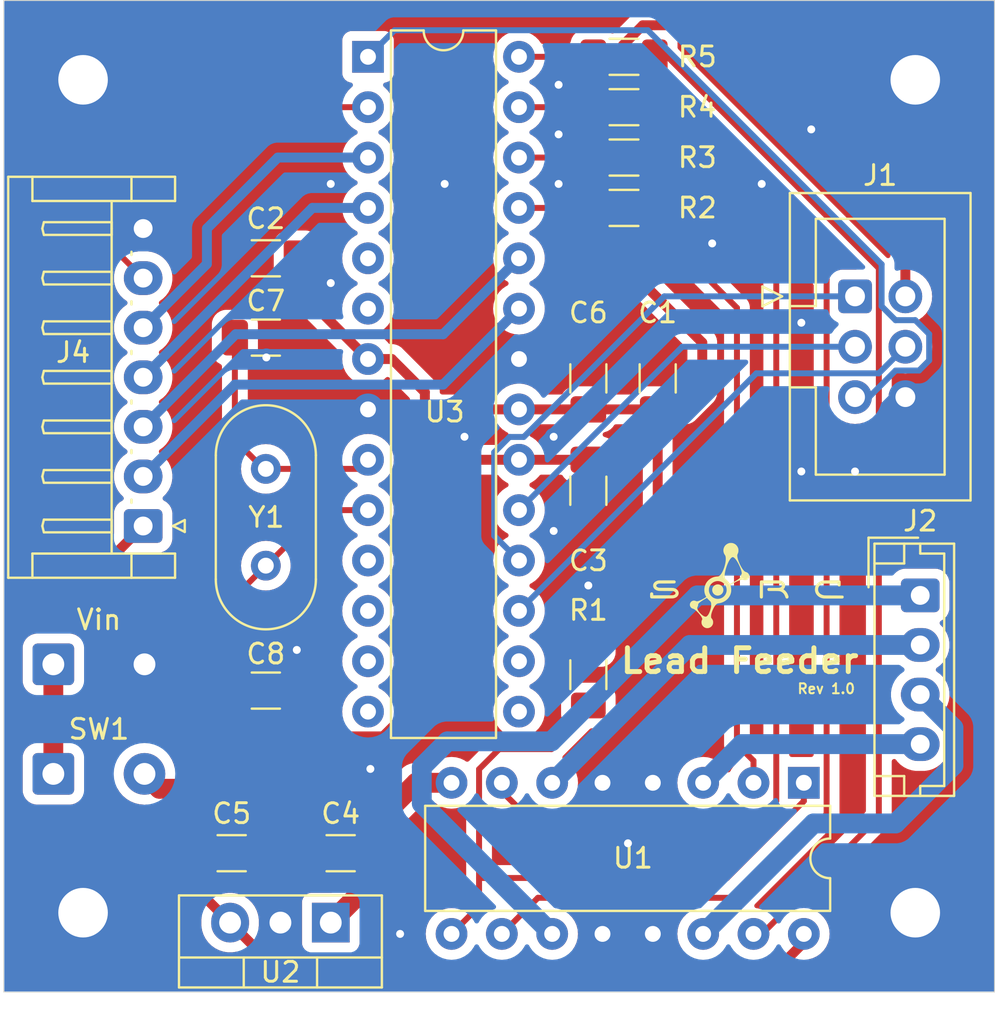
<source format=kicad_pcb>
(kicad_pcb (version 20240108) (generator "pcbnew") (generator_version "8.0")
  (title_block (title "Lead feeder - Main board") (date "2025-01-17") (rev "1") (company "Sorc LLC") (comment 2 "Божков Александр"))
  (layers (0 "F.Cu" signal) (31 "B.Cu" signal) (36 "B.SilkS" user "B.Silkscreen") (37 "F.SilkS" user "F.Silkscreen") (39 "F.Mask" user) (44 "Edge.Cuts" user))
  (net 0 "")
  (net 1 "+5V")
  (net 2 "GND")
  (net 3 "+12V")
  (net 4 "/XTAL1")
  (net 5 "/XTAL2")
  (net 6 "/RST")
  (net 7 "/MOSI")
  (net 8 "/MISO")
  (net 9 "/SCK")
  (net 10 "Net-(J2-Pin_4)")
  (net 11 "Net-(J2-Pin_2)")
  (net 12 "Net-(J2-Pin_1)")
  (net 13 "Net-(J2-Pin_3)")
  (net 14 "/~{FEED}")
  (net 15 "/~{REVERSE}")
  (net 16 "/TIME")
  (net 17 "/MODE")
  (net 18 "/SPEED")
  (net 19 "Net-(U1-EN1,2)")
  (net 20 "Net-(U1-1A)")
  (net 21 "/A")
  (net 22 "Net-(U1-2A)")
  (net 23 "/B")
  (net 24 "/C")
  (net 25 "Net-(U1-3A)")
  (net 26 "Net-(U1-4A)")
  (net 27 "/D")
  (net 36 "Net-(J3-Pin_1)")
  (footprint "Resistor_SMD:R_1206_3216Metric_Pad1.30x1.75mm_HandSolder" (layer "F.Cu") (at 162.8 81.92)
    (property "Reference" "R3" (at 3.7 0 0) (layer "F.SilkS"))
    (property "Value" "1k")
    (pad "1" smd roundrect (at -1.55 0) (size 1.3 1.75) (layers "F.Cu" "F.Paste" "F.Mask") (roundrect_rratio 0.192308) (net 23 "/B"))
    (pad "2" smd roundrect (at 1.55 0) (size 1.3 1.75) (layers "F.Cu" "F.Paste" "F.Mask") (roundrect_rratio 0.192308) (net 22 "Net-(U1-2A)"))
  )
  (footprint "Resistor_SMD:R_1206_3216Metric_Pad1.30x1.75mm_HandSolder" (layer "F.Cu") (at 162.8 79.38)
    (property "Reference" "R4" (at 3.7 0 0) (layer "F.SilkS"))
    (property "Value" "1k")
    (pad "1" smd roundrect (at -1.55 0) (size 1.3 1.75) (layers "F.Cu" "F.Paste" "F.Mask") (roundrect_rratio 0.192308) (net 24 "/C"))
    (pad "2" smd roundrect (at 1.55 0) (size 1.3 1.75) (layers "F.Cu" "F.Paste" "F.Mask") (roundrect_rratio 0.192308) (net 25 "Net-(U1-3A)"))
  )
  (footprint "Capacitor_SMD:C_1206_3216Metric_Pad1.33x1.80mm_HandSolder" (layer "F.Cu") (at 164.5 93.0575 90)
    (property "Reference" "C1" (at 3.3075 0 180) (layer "F.SilkS"))
    (property "Value" "4.7uF")
    (pad "1" smd roundrect (at -1.5625 0 90) (size 1.325 1.8) (layers "F.Cu" "F.Paste" "F.Mask") (roundrect_rratio 0.188679) (net 1 "+5V"))
    (pad "2" smd roundrect (at 1.5625 0 90) (size 1.325 1.8) (layers "F.Cu" "F.Paste" "F.Mask") (roundrect_rratio 0.188679) (net 2 "GND"))
  )
  (footprint "Package_TO_SOT_THT:TO-220-3_Vertical" (layer "F.Cu") (at 148 120.5 180)
    (property "Reference" "U2" (at 2.54 -2.5 0) (layer "F.SilkS"))
    (property "Value" "L7805")
    (pad "1" thru_hole rect (at 0 0 180) (size 1.905 2) (drill 1.1) (layers "*.Cu" "*.Mask") (net 3 "+12V"))
    (pad "2" thru_hole oval (at 2.54 0 180) (size 1.905 2) (drill 1.1) (layers "*.Cu" "*.Mask") (net 2 "GND"))
    (pad "3" thru_hole oval (at 5.08 0 180) (size 1.905 2) (drill 1.1) (layers "*.Cu" "*.Mask") (net 1 "+5V"))
  )
  (footprint "Connector_Wire:SolderWire-0.5sqmm_1x02_P4.6mm_D0.9mm_OD2.1mm" (layer "F.Cu") (at 134 113)
    (property "Reference" "SW1" (at 2.3 -2.25 0) (layer "F.SilkS"))
    (property "Value" "Power switch")
    (pad "1" thru_hole roundrect (at 0 0) (size 2.1 2.1) (drill 1.1) (layers "*.Cu" "*.Mask") (roundrect_rratio 0.119048) (net 36 "Net-(J3-Pin_1)"))
    (pad "2" thru_hole circle (at 4.6 0) (size 2.1 2.1) (drill 1.1) (layers "*.Cu" "*.Mask") (net 3 "+12V"))
  )
  (footprint "Capacitor_SMD:C_1206_3216Metric_Pad1.33x1.80mm_HandSolder" (layer "F.Cu") (at 148.5 117 180)
    (property "Reference" "C4" (at 0 2 0) (layer "F.SilkS"))
    (property "Value" "0.33 uF")
    (pad "1" smd roundrect (at -1.5625 0 180) (size 1.325 1.8) (layers "F.Cu" "F.Paste" "F.Mask") (roundrect_rratio 0.188679) (net 3 "+12V"))
    (pad "2" smd roundrect (at 1.5625 0 180) (size 1.325 1.8) (layers "F.Cu" "F.Paste" "F.Mask") (roundrect_rratio 0.188679) (net 2 "GND"))
  )
  (footprint "Resistor_SMD:R_1206_3216Metric_Pad1.30x1.75mm_HandSolder" (layer "F.Cu") (at 162.8 76.84)
    (property "Reference" "R5" (at 3.7 0 0) (layer "F.SilkS"))
    (property "Value" "1k")
    (pad "1" smd roundrect (at -1.55 0) (size 1.3 1.75) (layers "F.Cu" "F.Paste" "F.Mask") (roundrect_rratio 0.192308) (net 27 "/D"))
    (pad "2" smd roundrect (at 1.55 0) (size 1.3 1.75) (layers "F.Cu" "F.Paste" "F.Mask") (roundrect_rratio 0.192308) (net 26 "Net-(U1-4A)"))
  )
  (footprint "Package_DIP:DIP-16_W7.62mm" (layer "F.Cu") (at 171.875 113.45 -90)
    (property "Reference" "U1" (at 3.8 8.625 180) (layer "F.SilkS"))
    (property "Value" "L293D")
    (pad "1" thru_hole rect (at 0 0 270) (size 1.6 1.6) (drill 0.8) (layers "*.Cu" "*.Mask") (net 19 "Net-(U1-EN1,2)"))
    (pad "2" thru_hole oval (at 0 2.54 270) (size 1.6 1.6) (drill 0.8) (layers "*.Cu" "*.Mask") (net 20 "Net-(U1-1A)"))
    (pad "3" thru_hole oval (at 0 5.08 270) (size 1.6 1.6) (drill 0.8) (layers "*.Cu" "*.Mask") (net 10 "Net-(J2-Pin_4)"))
    (pad "4" thru_hole oval (at 0 7.62 270) (size 1.6 1.6) (drill 0.8) (layers "*.Cu" "*.Mask") (net 2 "GND"))
    (pad "5" thru_hole oval (at 0 10.16 270) (size 1.6 1.6) (drill 0.8) (layers "*.Cu" "*.Mask") (net 2 "GND"))
    (pad "6" thru_hole oval (at 0 12.7 270) (size 1.6 1.6) (drill 0.8) (layers "*.Cu" "*.Mask") (net 11 "Net-(J2-Pin_2)"))
    (pad "7" thru_hole oval (at 0 15.24 270) (size 1.6 1.6) (drill 0.8) (layers "*.Cu" "*.Mask") (net 22 "Net-(U1-2A)"))
    (pad "8" thru_hole oval (at 0 17.78 270) (size 1.6 1.6) (drill 0.8) (layers "*.Cu" "*.Mask") (net 3 "+12V"))
    (pad "9" thru_hole oval (at 7.62 17.78 270) (size 1.6 1.6) (drill 0.8) (layers "*.Cu" "*.Mask") (net 19 "Net-(U1-EN1,2)"))
    (pad "10" thru_hole oval (at 7.62 15.24 270) (size 1.6 1.6) (drill 0.8) (layers "*.Cu" "*.Mask") (net 25 "Net-(U1-3A)"))
    (pad "11" thru_hole oval (at 7.62 12.7 270) (size 1.6 1.6) (drill 0.8) (layers "*.Cu" "*.Mask") (net 12 "Net-(J2-Pin_1)"))
    (pad "12" thru_hole oval (at 7.62 10.16 270) (size 1.6 1.6) (drill 0.8) (layers "*.Cu" "*.Mask") (net 2 "GND"))
    (pad "13" thru_hole oval (at 7.62 7.62 270) (size 1.6 1.6) (drill 0.8) (layers "*.Cu" "*.Mask") (net 2 "GND"))
    (pad "14" thru_hole oval (at 7.62 5.08 270) (size 1.6 1.6) (drill 0.8) (layers "*.Cu" "*.Mask") (net 13 "Net-(J2-Pin_3)"))
    (pad "15" thru_hole oval (at 7.62 2.54 270) (size 1.6 1.6) (drill 0.8) (layers "*.Cu" "*.Mask") (net 26 "Net-(U1-4A)"))
    (pad "16" thru_hole oval (at 7.62 0 270) (size 1.6 1.6) (drill 0.8) (layers "*.Cu" "*.Mask") (net 1 "+5V"))
  )
  (footprint "Capacitor_SMD:C_1206_3216Metric_Pad1.33x1.80mm_HandSolder" (layer "F.Cu") (at 161 98.7225 -90)
    (property "Reference" "C3" (at 3.5275 0 180) (layer "F.SilkS"))
    (property "Value" "0.1")
    (pad "1" smd roundrect (at -1.5625 0 270) (size 1.325 1.8) (layers "F.Cu" "F.Paste" "F.Mask") (roundrect_rratio 0.188679) (net 1 "+5V"))
    (pad "2" smd roundrect (at 1.5625 0 270) (size 1.325 1.8) (layers "F.Cu" "F.Paste" "F.Mask") (roundrect_rratio 0.188679) (net 2 "GND"))
  )
  (footprint "Capacitor_SMD:C_1206_3216Metric_Pad1.33x1.80mm_HandSolder" (layer "F.Cu") (at 161 93.0575 90)
    (property "Reference" "C6" (at 3.3075 0 180) (layer "F.SilkS"))
    (property "Value" "0.1")
    (pad "1" smd roundrect (at -1.5625 0 90) (size 1.325 1.8) (layers "F.Cu" "F.Paste" "F.Mask") (roundrect_rratio 0.188679) (net 1 "+5V"))
    (pad "2" smd roundrect (at 1.5625 0 90) (size 1.325 1.8) (layers "F.Cu" "F.Paste" "F.Mask") (roundrect_rratio 0.188679) (net 2 "GND"))
  )
  (footprint "Capacitor_SMD:C_1206_3216Metric_Pad1.33x1.80mm_HandSolder" (layer "F.Cu") (at 144.72375 87 180)
    (property "Reference" "C2" (at 0 2 0) (layer "F.SilkS"))
    (property "Value" "0.1")
    (pad "1" smd roundrect (at -1.5625 0 180) (size 1.325 1.8) (layers "F.Cu" "F.Paste" "F.Mask") (roundrect_rratio 0.188679) (net 1 "+5V"))
    (pad "2" smd roundrect (at 1.5625 0 180) (size 1.325 1.8) (layers "F.Cu" "F.Paste" "F.Mask") (roundrect_rratio 0.188679) (net 2 "GND"))
  )
  (footprint "Connector_JST:JST_EH_B4B-EH-A_1x04_P2.50mm_Vertical" (layer "F.Cu") (at 177.75 104 -90)
    (property "Reference" "J2" (at -3.75 0 180) (layer "F.SilkS"))
    (property "Value" "Nema17 Stepper engine")
    (pad "1" thru_hole roundrect (at 0 0 270) (size 1.7 1.95) (drill 0.95) (layers "*.Cu" "*.Mask") (roundrect_rratio 0.147059) (net 12 "Net-(J2-Pin_1)"))
    (pad "2" thru_hole oval (at 2.5 0 270) (size 1.7 1.95) (drill 0.95) (layers "*.Cu" "*.Mask") (net 11 "Net-(J2-Pin_2)"))
    (pad "3" thru_hole oval (at 5 0 270) (size 1.7 1.95) (drill 0.95) (layers "*.Cu" "*.Mask") (net 13 "Net-(J2-Pin_3)"))
    (pad "4" thru_hole oval (at 7.5 0 270) (size 1.7 1.95) (drill 0.95) (layers "*.Cu" "*.Mask") (net 10 "Net-(J2-Pin_4)"))
  )
  (footprint "Crystal:Crystal_HC49-U_Vertical" (layer "F.Cu") (at 144.72375 102.5 90)
    (property "Reference" "Y1" (at 2.44 0.02625 180) (layer "F.SilkS"))
    (property "Value" "8Mhz")
    (pad "1" thru_hole circle (at 0 0 90) (size 1.5 1.5) (drill 0.8) (layers "*.Cu" "*.Mask") (net 5 "/XTAL2"))
    (pad "2" thru_hole circle (at 4.88 0 90) (size 1.5 1.5) (drill 0.8) (layers "*.Cu" "*.Mask") (net 4 "/XTAL1"))
  )
  (footprint "Capacitor_SMD:C_1206_3216Metric_Pad1.33x1.80mm_HandSolder" (layer "F.Cu") (at 143 117)
    (property "Reference" "C5" (at 0 -2 0) (layer "F.SilkS"))
    (property "Value" "0.1 uF")
    (pad "1" smd roundrect (at -1.5625 0) (size 1.325 1.8) (layers "F.Cu" "F.Paste" "F.Mask") (roundrect_rratio 0.188679) (net 1 "+5V"))
    (pad "2" smd roundrect (at 1.5625 0) (size 1.325 1.8) (layers "F.Cu" "F.Paste" "F.Mask") (roundrect_rratio 0.188679) (net 2 "GND"))
  )
  (footprint "Connector_JST:JST_EH_S7B-EH_1x07_P2.50mm_Horizontal" (layer "F.Cu") (at 138.5325 100.5 90)
    (property "Reference" "J4" (at 8.75 -3.5325 180) (layer "F.SilkS"))
    (property "Value" "Conn_01x07_Socket")
    (pad "1" thru_hole roundrect (at 0 0 90) (size 1.7 1.95) (drill 0.95) (layers "*.Cu" "*.Mask") (roundrect_rratio 0.147059) (net 1 "+5V"))
    (pad "2" thru_hole oval (at 2.5 0 90) (size 1.7 1.95) (drill 0.95) (layers "*.Cu" "*.Mask") (net 18 "/SPEED"))
    (pad "3" thru_hole oval (at 5 0 90) (size 1.7 1.95) (drill 0.95) (layers "*.Cu" "*.Mask") (net 16 "/TIME"))
    (pad "4" thru_hole oval (at 7.5 0 90) (size 1.7 1.95) (drill 0.95) (layers "*.Cu" "*.Mask") (net 14 "/~{FEED}"))
    (pad "5" thru_hole oval (at 10 0 90) (size 1.7 1.95) (drill 0.95) (layers "*.Cu" "*.Mask") (net 15 "/~{REVERSE}"))
    (pad "6" thru_hole oval (at 12.5 0 90) (size 1.7 1.95) (drill 0.95) (layers "*.Cu" "*.Mask") (net 17 "/MODE"))
    (pad "7" thru_hole oval (at 15 0 90) (size 1.7 1.95) (drill 0.95) (layers "*.Cu" "*.Mask") (net 2 "GND"))
  )
  (footprint "Connector_IDC:IDC-Header_2x03_P2.54mm_Vertical" (layer "F.Cu") (at 174.46 88.92)
    (property "Reference" "J1" (at 1.27 -6.1 0) (layer "F.SilkS"))
    (property "Value" "AVR-ISP-6")
    (pad "1" thru_hole roundrect (at 0 0) (size 1.7 1.7) (drill 1) (layers "*.Cu" "*.Mask") (roundrect_rratio 0.147059) (net 8 "/MISO"))
    (pad "2" thru_hole circle (at 2.54 0) (size 1.7 1.7) (drill 1) (layers "*.Cu" "*.Mask") (net 1 "+5V"))
    (pad "3" thru_hole circle (at 0 2.54) (size 1.7 1.7) (drill 1) (layers "*.Cu" "*.Mask") (net 9 "/SCK"))
    (pad "4" thru_hole circle (at 2.54 2.54) (size 1.7 1.7) (drill 1) (layers "*.Cu" "*.Mask") (net 7 "/MOSI"))
    (pad "5" thru_hole circle (at 0 5.08) (size 1.7 1.7) (drill 1) (layers "*.Cu" "*.Mask") (net 6 "/RST"))
    (pad "6" thru_hole circle (at 2.54 5.08) (size 1.7 1.7) (drill 1) (layers "*.Cu" "*.Mask") (net 2 "GND"))
  )
  (footprint "Resistor_SMD:R_1206_3216Metric_Pad1.30x1.75mm_HandSolder" (layer "F.Cu") (at 161 108 -90)
    (property "Reference" "R1" (at -3.25 0 180) (layer "F.SilkS"))
    (property "Value" "10k")
    (pad "1" smd roundrect (at -1.55 0 270) (size 1.3 1.75) (layers "F.Cu" "F.Paste" "F.Mask") (roundrect_rratio 0.192308) (net 1 "+5V"))
    (pad "2" smd roundrect (at 1.55 0 270) (size 1.3 1.75) (layers "F.Cu" "F.Paste" "F.Mask") (roundrect_rratio 0.192308) (net 19 "Net-(U1-EN1,2)"))
  )
  (footprint "Local:sorc-logo" (layer "F.Cu") (at 169 103.5)
    (property "Reference" "G***" (hide yes))
    (property "Value" "LOGO" (hide yes))
  )
  (footprint "Capacitor_SMD:C_1206_3216Metric_Pad1.33x1.80mm_HandSolder" (layer "F.Cu") (at 144.72375 108.8)
    (property "Reference" "C8" (at 0 -1.85 0) (layer "F.SilkS"))
    (property "Value" "15")
    (pad "1" smd roundrect (at -1.5625 0) (size 1.325 1.8) (layers "F.Cu" "F.Paste" "F.Mask") (roundrect_rratio 0.188679) (net 5 "/XTAL2"))
    (pad "2" smd roundrect (at 1.5625 0) (size 1.325 1.8) (layers "F.Cu" "F.Paste" "F.Mask") (roundrect_rratio 0.188679) (net 2 "GND"))
  )
  (footprint "Package_DIP:DIP-28_W7.62mm" (layer "F.Cu") (at 149.88 76.84)
    (property "Reference" "U3" (at 3.87 17.91 0) (layer "F.SilkS"))
    (property "Value" "ATmega8-16P")
    (pad "1" thru_hole rect (at 0 0) (size 1.6 1.6) (drill 0.8) (layers "*.Cu" "*.Mask") (net 6 "/RST"))
    (pad "2" thru_hole oval (at 0 2.54) (size 1.6 1.6) (drill 0.8) (layers "*.Cu" "*.Mask") (net 17 "/MODE"))
    (pad "3" thru_hole oval (at 0 5.08) (size 1.6 1.6) (drill 0.8) (layers "*.Cu" "*.Mask") (net 15 "/~{REVERSE}"))
    (pad "4" thru_hole oval (at 0 7.62) (size 1.6 1.6) (drill 0.8) (layers "*.Cu" "*.Mask") (net 14 "/~{FEED}"))
    (pad "5" thru_hole oval (at 0 10.16) (size 1.6 1.6) (drill 0.8) (layers "*.Cu" "*.Mask"))
    (pad "6" thru_hole oval (at 0 12.7) (size 1.6 1.6) (drill 0.8) (layers "*.Cu" "*.Mask"))
    (pad "7" thru_hole oval (at 0 15.24) (size 1.6 1.6) (drill 0.8) (layers "*.Cu" "*.Mask") (net 1 "+5V"))
    (pad "8" thru_hole oval (at 0 17.78) (size 1.6 1.6) (drill 0.8) (layers "*.Cu" "*.Mask") (net 2 "GND"))
    (pad "9" thru_hole oval (at 0 20.32) (size 1.6 1.6) (drill 0.8) (layers "*.Cu" "*.Mask") (net 4 "/XTAL1"))
    (pad "10" thru_hole oval (at 0 22.86) (size 1.6 1.6) (drill 0.8) (layers "*.Cu" "*.Mask") (net 5 "/XTAL2"))
    (pad "11" thru_hole oval (at 0 25.4) (size 1.6 1.6) (drill 0.8) (layers "*.Cu" "*.Mask"))
    (pad "12" thru_hole oval (at 0 27.94) (size 1.6 1.6) (drill 0.8) (layers "*.Cu" "*.Mask"))
    (pad "13" thru_hole oval (at 0 30.48) (size 1.6 1.6) (drill 0.8) (layers "*.Cu" "*.Mask"))
    (pad "14" thru_hole oval (at 0 33.02) (size 1.6 1.6) (drill 0.8) (layers "*.Cu" "*.Mask"))
    (pad "15" thru_hole oval (at 7.62 33.02) (size 1.6 1.6) (drill 0.8) (layers "*.Cu" "*.Mask"))
    (pad "16" thru_hole oval (at 7.62 30.48) (size 1.6 1.6) (drill 0.8) (layers "*.Cu" "*.Mask"))
    (pad "17" thru_hole oval (at 7.62 27.94) (size 1.6 1.6) (drill 0.8) (layers "*.Cu" "*.Mask") (net 7 "/MOSI"))
    (pad "18" thru_hole oval (at 7.62 25.4) (size 1.6 1.6) (drill 0.8) (layers "*.Cu" "*.Mask") (net 8 "/MISO"))
    (pad "19" thru_hole oval (at 7.62 22.86) (size 1.6 1.6) (drill 0.8) (layers "*.Cu" "*.Mask") (net 9 "/SCK"))
    (pad "20" thru_hole oval (at 7.62 20.32) (size 1.6 1.6) (drill 0.8) (layers "*.Cu" "*.Mask") (net 1 "+5V"))
    (pad "21" thru_hole oval (at 7.62 17.78) (size 1.6 1.6) (drill 0.8) (layers "*.Cu" "*.Mask") (net 1 "+5V"))
    (pad "22" thru_hole oval (at 7.62 15.24) (size 1.6 1.6) (drill 0.8) (layers "*.Cu" "*.Mask") (net 2 "GND"))
    (pad "23" thru_hole oval (at 7.62 12.7) (size 1.6 1.6) (drill 0.8) (layers "*.Cu" "*.Mask") (net 18 "/SPEED"))
    (pad "24" thru_hole oval (at 7.62 10.16) (size 1.6 1.6) (drill 0.8) (layers "*.Cu" "*.Mask") (net 16 "/TIME"))
    (pad "25" thru_hole oval (at 7.62 7.62) (size 1.6 1.6) (drill 0.8) (layers "*.Cu" "*.Mask") (net 21 "/A"))
    (pad "26" thru_hole oval (at 7.62 5.08) (size 1.6 1.6) (drill 0.8) (layers "*.Cu" "*.Mask") (net 23 "/B"))
    (pad "27" thru_hole oval (at 7.62 2.54) (size 1.6 1.6) (drill 0.8) (layers "*.Cu" "*.Mask") (net 24 "/C"))
    (pad "28" thru_hole oval (at 7.62 0) (size 1.6 1.6) (drill 0.8) (layers "*.Cu" "*.Mask") (net 27 "/D"))
  )
  (footprint "Resistor_SMD:R_1206_3216Metric_Pad1.30x1.75mm_HandSolder" (layer "F.Cu") (at 162.8 84.46)
    (property "Reference" "R2" (at 3.7 0 0) (layer "F.SilkS"))
    (property "Value" "1k")
    (pad "1" smd roundrect (at -1.55 0) (size 1.3 1.75) (layers "F.Cu" "F.Paste" "F.Mask") (roundrect_rratio 0.192308) (net 21 "/A"))
    (pad "2" smd roundrect (at 1.55 0) (size 1.3 1.75) (layers "F.Cu" "F.Paste" "F.Mask") (roundrect_rratio 0.192308) (net 20 "Net-(U1-1A)"))
  )
  (footprint "Capacitor_SMD:C_1206_3216Metric_Pad1.33x1.80mm_HandSolder" (layer "F.Cu") (at 144.72375 91)
    (property "Reference" "C7" (at 0 -1.85 0) (layer "F.SilkS"))
    (property "Value" "15")
    (pad "1" smd roundrect (at -1.5625 0) (size 1.325 1.8) (layers "F.Cu" "F.Paste" "F.Mask") (roundrect_rratio 0.188679) (net 4 "/XTAL1"))
    (pad "2" smd roundrect (at 1.5625 0) (size 1.325 1.8) (layers "F.Cu" "F.Paste" "F.Mask") (roundrect_rratio 0.188679) (net 2 "GND"))
  )
  (footprint "Connector_Wire:SolderWire-0.5sqmm_1x02_P4.6mm_D0.9mm_OD2.1mm" (layer "F.Cu") (at 134 107.475)
    (property "Reference" "Vin" (at 2.3 -2.25 0) (layer "F.SilkS"))
    (property "Value" "Power source")
    (pad "1" thru_hole roundrect (at 0 0) (size 2.1 2.1) (drill 1.1) (layers "*.Cu" "*.Mask") (roundrect_rratio 0.119048) (net 36 "Net-(J3-Pin_1)"))
    (pad "2" thru_hole circle (at 4.6 0) (size 2.1 2.1) (drill 1.1) (layers "*.Cu" "*.Mask") (net 2 "GND"))
  )
  (gr_rect (start 131.5 74) (end 181.5 124) (stroke (width 0.05)) (fill none) (layer "Edge.Cuts"))
  (gr_text "Lead Feeder\n" (at 162.5 108 0) (layer "F.SilkS") (effects (font (size 1.2 1.3) (thickness 0.25) (bold yes)) (justify left bottom)))
  (gr_text "Rev 1.0" (at 171.5 109 0) (layer "F.SilkS") (effects (font (size 0.5 0.5) (thickness 0.1)) (justify left bottom)))
  (segment (start 152.75 93.75) (end 151.08 92.08) (width 0.5) (layer "F.Cu") (net 1))
  (segment (start 152.75 94.75) (end 152.75 93.75) (width 0.5) (layer "F.Cu") (net 1))
  (segment (start 177 82.25) (end 170 75.25) (width 0.5) (layer "F.Cu") (net 1))
  (segment (start 136.25 110.75) (end 136.25 114.5) (width 0.5) (layer "F.Cu") (net 1))
  (segment (start 161 97.16) (end 157.5 97.16) (width 0.5) (layer "F.Cu") (net 1))
  (segment (start 141.4375 119.0175) (end 142.92 120.5) (width 0.5) (layer "F.Cu") (net 1))
  (segment (start 146.28625 87) (end 146.28625 88.48625) (width 0.5) (layer "F.Cu") (net 1))
  (segment (start 165.88 94.62) (end 164.5 94.62) (width 0.5) (layer "F.Cu") (net 1))
  (segment (start 162.75 87.25) (end 166.75 91.25) (width 0.5) (layer "F.Cu") (net 1))
  (segment (start 162.75 76.25) (end 162.75 87.25) (width 0.5) (layer "F.Cu") (net 1))
  (segment (start 157.5 94.62) (end 152.88 94.62) (width 0.5) (layer "F.Cu") (net 1))
  (segment (start 138.75 117) (end 141.4375 117) (width 0.5) (layer "F.Cu") (net 1))
  (segment (start 170 75.25) (end 163.75 75.25) (width 0.5) (layer "F.Cu") (net 1))
  (segment (start 166.75 91.25) (end 166.75 93.75) (width 0.5) (layer "F.Cu") (net 1))
  (segment (start 177 88.92) (end 177 82.25) (width 0.5) (layer "F.Cu") (net 1))
  (segment (start 136.25 114.5) (end 138.75 117) (width 0.5) (layer "F.Cu") (net 1))
  (segment (start 150.64 111.11) (end 152.75 109) (width 0.5) (layer "F.Cu") (net 1))
  (segment (start 136.25 102.7825) (end 136.25 110.75) (width 0.5) (layer "F.Cu") (net 1))
  (segment (start 164.5 94.62) (end 157.5 94.62) (width 0.5) (layer "F.Cu") (net 1))
  (segment (start 152.75 97.25) (end 152.75 94.75) (width 0.5) (layer "F.Cu") (net 1))
  (segment (start 161 106.45) (end 164.5 102.95) (width 0.5) (layer "F.Cu") (net 1))
  (segment (start 151.08 92.08) (end 149.88 92.08) (width 0.5) (layer "F.Cu") (net 1))
  (segment (start 136.61 111.11) (end 150.64 111.11) (width 0.5) (layer "F.Cu") (net 1))
  (segment (start 141.4375 117) (end 141.4375 119.0175) (width 0.5) (layer "F.Cu") (net 1))
  (segment (start 152.75 109) (end 152.75 97.25) (width 0.5) (layer "F.Cu") (net 1))
  (segment (start 157.5 97.16) (end 152.84 97.16) (width 0.5) (layer "F.Cu") (net 1))
  (segment (start 152.84 97.16) (end 152.75 97.25) (width 0.5) (layer "F.Cu") (net 1))
  (segment (start 163.75 75.25) (end 162.75 76.25) (width 0.5) (layer "F.Cu") (net 1))
  (segment (start 170.625 122.75) (end 171.875 121.5) (width 0.5) (layer "F.Cu") (net 1))
  (segment (start 145.17 122.75) (end 170.625 122.75) (width 0.5) (layer "F.Cu") (net 1))
  (segment (start 142.92 120.5) (end 145.17 122.75) (width 0.5) (layer "F.Cu") (net 1))
  (segment (start 136.25 110.75) (end 136.61 111.11) (width 0.5) (layer "F.Cu") (net 1))
  (segment (start 138.5325 100.5) (end 136.25 102.7825) (width 0.5) (layer "F.Cu") (net 1))
  (segment (start 152.88 94.62) (end 152.75 94.75) (width 0.5) (layer "F.Cu") (net 1))
  (segment (start 146.28625 88.48625) (end 149.88 92.08) (width 0.5) (layer "F.Cu") (net 1))
  (segment (start 164.5 102.95) (end 164.5 94.62) (width 0.5) (layer "F.Cu") (net 1))
  (segment (start 166.75 93.75) (end 165.88 94.62) (width 0.5) (layer "F.Cu") (net 1))
  (via micro (at 159.5 80.75) (size 0.9) (drill 0.4) (layers "F.Cu" "B.Cu") (net 2))
  (via micro (at 172.25 80.5) (size 0.9) (drill 0.4) (layers "F.Cu" "B.Cu") (net 2))
  (via micro (at 150 112.75) (size 0.9) (drill 0.4) (layers "F.Cu" "B.Cu") (net 2))
  (via micro (at 144.75 92) (size 0.9) (drill 0.4) (layers "F.Cu" "B.Cu") (net 2))
  (via micro (at 148 88.25) (size 0.9) (drill 0.4) (layers "F.Cu" "B.Cu") (net 2))
  (via micro (at 171.75 90.25) (size 0.9) (drill 0.4) (layers "F.Cu" "B.Cu") (net 2))
  (via micro (at 159.5 78.25) (size 0.9) (drill 0.4) (layers "F.Cu" "B.Cu") (net 2))
  (via micro (at 167.25 86.25) (size 0.9) (drill 0.4) (layers "F.Cu" "B.Cu") (net 2))
  (via micro (at 146.28625 106.75) (size 0.9) (drill 0.4) (layers "F.Cu" "B.Cu") (net 2))
  (via micro (at 151.5 121.07) (size 0.9) (drill 0.4) (layers "F.Cu" "B.Cu") (net 2))
  (via micro (at 174.46 97.75) (size 0.9) (drill 0.4) (layers "F.Cu" "B.Cu") (net 2))
  (via (at 177.5 78) (size 4) (drill 2.5) (layers "F.Cu" "B.Cu") (net 2))
  (via (at 135.5 78) (size 4) (drill 2.5) (layers "F.Cu" "B.Cu") (net 2))
  (via (at 177.5 120) (size 4) (drill 2.5) (layers "F.Cu" "B.Cu") (net 2))
  (via micro (at 163 116.5) (size 0.9) (drill 0.4) (layers "F.Cu" "B.Cu") (net 2))
  (via micro (at 159.5 83.25) (size 0.9) (drill 0.4) (layers "F.Cu" "B.Cu") (net 2))
  (via micro (at 171.75 97.75) (size 0.9) (drill 0.4) (layers "F.Cu" "B.Cu") (net 2))
  (via micro (at 169.75 83.25) (size 0.9) (drill 0.4) (layers "F.Cu" "B.Cu") (net 2))
  (via micro (at 153.75 83.25) (size 0.9) (drill 0.4) (layers "F.Cu" "B.Cu") (net 2))
  (via (at 135.5 120) (size 4) (drill 2.5) (layers "F.Cu" "B.Cu") (net 2))
  (via micro (at 154.75 96) (size 0.9) (drill 0.4) (layers "F.Cu" "B.Cu") (net 2))
  (via micro (at 159.25 100.75) (size 0.9) (drill 0.4) (layers "F.Cu" "B.Cu") (net 2))
  (via micro (at 159.25 96) (size 0.9) (drill 0.4) (layers "F.Cu" "B.Cu") (net 2))
  (via micro (at 161 103.5) (size 0.9) (drill 0.4) (layers "F.Cu" "B.Cu") (net 2))
  (via micro (at 148 83.25) (size 0.9) (drill 0.4) (layers "F.Cu" "B.Cu") (net 2))
  (segment (start 150.0625 116.84375) (end 150.0625 117) (width 1) (layer "F.Cu") (net 3))
  (segment (start 150.0625 118.4375) (end 150.0625 117) (width 1) (layer "F.Cu") (net 3))
  (segment (start 150.0625 115.5625) (end 148.25 113.75) (width 1) (layer "F.Cu") (net 3))
  (segment (start 148 120.5) (end 150.0625 118.4375) (width 1) (layer "F.Cu") (net 3))
  (segment (start 139.35 113.75) (end 138.6 113) (width 1) (layer "F.Cu") (net 3))
  (segment (start 150.0625 117) (end 150.0625 115.5625) (width 1) (layer "F.Cu") (net 3))
  (segment (start 150.0625 117) (end 150.0625 115.6875) (width 1) (layer "F.Cu") (net 3))
  (segment (start 150.0625 115.6875) (end 152.3 113.45) (width 1) (layer "F.Cu") (net 3))
  (segment (start 152.3 113.45) (end 154.095 113.45) (width 1) (layer "F.Cu") (net 3))
  (segment (start 148.25 113.75) (end 139.35 113.75) (width 1) (layer "F.Cu") (net 3))
  (segment (start 143.16125 96.16125) (end 143.16125 91) (width 0.3) (layer "F.Cu") (net 4))
  (segment (start 144.62 97.62) (end 143.16125 96.16125) (width 0.3) (layer "F.Cu") (net 4))
  (segment (start 149.42 97.62) (end 149.88 97.16) (width 0.3) (layer "F.Cu") (net 4))
  (segment (start 144.72375 97.62) (end 144.62 97.62) (width 0.3) (layer "F.Cu") (net 4))
  (segment (start 144.72375 97.62) (end 149.42 97.62) (width 0.3) (layer "F.Cu") (net 4))
  (segment (start 143.16125 108.8) (end 143.16125 104.0625) (width 0.3) (layer "F.Cu") (net 5))
  (segment (start 147.55 99.7) (end 149.88 99.7) (width 0.3) (layer "F.Cu") (net 5))
  (segment (start 143.16125 104.0625) (end 144.72375 102.5) (width 0.3) (layer "F.Cu") (net 5))
  (segment (start 144.75 102.5) (end 147.55 99.7) (width 0.3) (layer "F.Cu") (net 5))
  (segment (start 144.72375 102.5) (end 144.75 102.5) (width 0.3) (layer "F.Cu") (net 5))
  (segment (start 178.2 90.822943) (end 177.497057 90.12) (width 0.3) (layer "B.Cu") (net 6))
  (segment (start 164 75.5) (end 151.22 75.5) (width 0.3) (layer "B.Cu") (net 6))
  (segment (start 175.8 89.417057) (end 175.8 87.3) (width 0.3) (layer "B.Cu") (net 6))
  (segment (start 176.502943 90.12) (end 175.8 89.417057) (width 0.3) (layer "B.Cu") (net 6))
  (segment (start 176.507106 92.66) (end 177.69 92.66) (width 0.3) (layer "B.Cu") (net 6))
  (segment (start 178.2 92.15) (end 178.2 90.822943) (width 0.3) (layer "B.Cu") (net 6))
  (segment (start 175.8 87.3) (end 164 75.5) (width 0.3) (layer "B.Cu") (net 6))
  (segment (start 151.22 75.5) (end 149.88 76.84) (width 0.3) (layer "B.Cu") (net 6))
  (segment (start 174.46 94) (end 175.167106 94) (width 0.3) (layer "B.Cu") (net 6))
  (segment (start 175.167106 94) (end 176.507106 92.66) (width 0.3) (layer "B.Cu") (net 6))
  (segment (start 177.69 92.66) (end 178.2 92.15) (width 0.3) (layer "B.Cu") (net 6))
  (segment (start 177.497057 90.12) (end 176.502943 90.12) (width 0.3) (layer "B.Cu") (net 6))
  (segment (start 177 91.46) (end 175.66 92.8) (width 0.3) (layer "B.Cu") (net 7))
  (segment (start 169.48 92.8) (end 157.5 104.78) (width 0.3) (layer "B.Cu") (net 7))
  (segment (start 175.66 92.8) (end 169.48 92.8) (width 0.3) (layer "B.Cu") (net 7))
  (segment (start 157.023654 96.01) (end 156.25 96.783654) (width 0.3) (layer "B.Cu") (net 8))
  (segment (start 156.25 96.783654) (end 156.25 100.99) (width 0.3) (layer "B.Cu") (net 8))
  (segment (start 157.74 96.01) (end 157.023654 96.01) (width 0.3) (layer "B.Cu") (net 8))
  (segment (start 164.83 88.92) (end 157.74 96.01) (width 0.3) (layer "B.Cu") (net 8))
  (segment (start 156.25 100.99) (end 157.5 102.24) (width 0.3) (layer "B.Cu") (net 8))
  (segment (start 174.46 88.92) (end 164.83 88.92) (width 0.3) (layer "B.Cu") (net 8))
  (segment (start 165.74 91.46) (end 157.5 99.7) (width 0.3) (layer "B.Cu") (net 9))
  (segment (start 174.46 91.46) (end 165.74 91.46) (width 0.3) (layer "B.Cu") (net 9))
  (segment (start 166.795 113.45) (end 168.745 111.5) (width 1) (layer "B.Cu") (net 10))
  (segment (start 168.745 111.5) (end 177.75 111.5) (width 1) (layer "B.Cu") (net 10))
  (segment (start 166.125 106.5) (end 177.75 106.5) (width 1) (layer "B.Cu") (net 11))
  (segment (start 159.175 113.45) (end 166.125 106.5) (width 1) (layer "B.Cu") (net 11))
  (segment (start 166.5 104) (end 177.75 104) (width 1) (layer "B.Cu") (net 12))
  (segment (start 159.14 111.36) (end 166.5 104) (width 1) (layer "B.Cu") (net 12))
  (segment (start 152.595 114.49) (end 159.175 121.07) (width 1) (layer "B.Cu") (net 12))
  (segment (start 152.595 112.655) (end 153.89 111.36) (width 1) (layer "B.Cu") (net 12))
  (segment (start 152.595 112.655) (end 152.595 114.49) (width 1) (layer "B.Cu") (net 12))
  (segment (start 153.89 111.36) (end 159.14 111.36) (width 1) (layer "B.Cu") (net 12))
  (segment (start 172.365 115.5) (end 176.5 115.5) (width 1) (layer "B.Cu") (net 13))
  (segment (start 176.5 115.5) (end 179.425 112.575) (width 1) (layer "B.Cu") (net 13))
  (segment (start 179.425 110.675) (end 177.75 109) (width 1) (layer "B.Cu") (net 13))
  (segment (start 166.795 121.07) (end 172.365 115.5) (width 1) (layer "B.Cu") (net 13))
  (segment (start 179.425 112.575) (end 179.425 110.675) (width 1) (layer "B.Cu") (net 13))
  (segment (start 138.5325 93) (end 147.0725 84.46) (width 0.5) (layer "B.Cu") (net 14))
  (segment (start 147.0725 84.46) (end 149.88 84.46) (width 0.5) (layer "B.Cu") (net 14))
  (segment (start 138.5325 90.5) (end 141.75 87.2825) (width 0.5) (layer "B.Cu") (net 15))
  (segment (start 141.75 87.2825) (end 141.75 85.5) (width 0.5) (layer "B.Cu") (net 15))
  (segment (start 145.33 81.92) (end 149.88 81.92) (width 0.5) (layer "B.Cu") (net 15))
  (segment (start 141.75 85.5) (end 145.33 81.92) (width 0.5) (layer "B.Cu") (net 15))
  (segment (start 143.2025 90.83) (end 153.67 90.83) (width 0.5) (layer "B.Cu") (net 16))
  (segment (start 153.67 90.83) (end 157.5 87) (width 0.5) (layer "B.Cu") (net 16))
  (segment (start 138.5325 95.5) (end 143.2025 90.83) (width 0.5) (layer "B.Cu") (net 16))
  (segment (start 140.62 79.38) (end 149.88 79.38) (width 0.3) (layer "F.Cu") (net 17))
  (segment (start 136.25 85.7175) (end 136.25 83.75) (width 0.3) (layer "F.Cu") (net 17))
  (segment (start 136.25 83.75) (end 140.62 79.38) (width 0.3) (layer "F.Cu") (net 17))
  (segment (start 138.5325 88) (end 136.25 85.7175) (width 0.3) (layer "F.Cu") (net 17))
  (segment (start 138.5325 98) (end 143.1625 93.37) (width 0.5) (layer "B.Cu") (net 18))
  (segment (start 153.67 93.37) (end 157.5 89.54) (width 0.5) (layer "B.Cu") (net 18))
  (segment (start 143.1625 93.37) (end 153.67 93.37) (width 0.5) (layer "B.Cu") (net 18))
  (segment (start 156.5 111.75) (end 155.485 112.765) (width 0.3) (layer "F.Cu") (net 19))
  (segment (start 168 118.25) (end 155.485 118.25) (width 0.3) (layer "F.Cu") (net 19))
  (segment (start 159.14 111.75) (end 156.5 111.75) (width 0.3) (layer "F.Cu") (net 19))
  (segment (start 161.34 109.55) (end 159.14 111.75) (width 0.3) (layer "F.Cu") (net 19))
  (segment (start 171.875 114.375) (end 168 118.25) (width 0.3) (layer "F.Cu") (net 19))
  (segment (start 171.875 113.45) (end 171.875 114.375) (width 0.3) (layer "F.Cu") (net 19))
  (segment (start 154.095 121.07) (end 155.415 119.75) (width 0.3) (layer "F.Cu") (net 19))
  (segment (start 155.485 118.25) (end 155.485 119.68) (width 0.3) (layer "F.Cu") (net 19))
  (segment (start 155.485 112.765) (end 155.485 118.25) (width 0.3) (layer "F.Cu") (net 19))
  (segment (start 168.5 111.5) (end 169.335 112.335) (width 0.3) (layer "F.Cu") (net 20))
  (segment (start 169.335 112.335) (end 169.335 113.88) (width 0.3) (layer "F.Cu") (net 20))
  (segment (start 164.35 84.46) (end 164.35 85.35) (width 0.3) (layer "F.Cu") (net 20))
  (segment (start 164.35 85.35) (end 168.5 89.5) (width 0.3) (layer "F.Cu") (net 20))
  (segment (start 168.5 89.5) (end 168.5 111.5) (width 0.3) (layer "F.Cu") (net 20))
  (segment (start 157.5 84.46) (end 161.25 84.46) (width 0.3) (layer "F.Cu") (net 21))
  (segment (start 164.35 81.92) (end 164.42 81.92) (width 0.3) (layer "F.Cu") (net 22))
  (segment (start 170.485 87.985) (end 170.485 114.356346) (width 0.3) (layer "F.Cu") (net 22))
  (segment (start 169.591346 115.25) (end 158.005 115.25) (width 0.3) (layer "F.Cu") (net 22))
  (segment (start 164.42 81.92) (end 170.485 87.985) (width 0.3) (layer "F.Cu") (net 22))
  (segment (start 170.485 114.356346) (end 169.591346 115.25) (width 0.3) (layer "F.Cu") (net 22))
  (segment (start 158.005 115.25) (end 156.635 113.88) (width 0.3) (layer "F.Cu") (net 22))
  (segment (start 157.5 81.92) (end 161.25 81.92) (width 0.3) (layer "F.Cu") (net 23))
  (segment (start 157.5 79.38) (end 161.25 79.38) (width 0.3) (layer "F.Cu") (net 24))
  (segment (start 173.025 115.03) (end 173.025 88.055) (width 0.3) (layer "F.Cu") (net 25))
  (segment (start 168.805 119.25) (end 173.025 115.03) (width 0.3) (layer "F.Cu") (net 25))
  (segment (start 158.455 119.25) (end 168.805 119.25) (width 0.3) (layer "F.Cu") (net 25))
  (segment (start 173.025 88.055) (end 164.35 79.38) (width 0.3) (layer "F.Cu") (net 25))
  (segment (start 156.635 121.07) (end 158.455 119.25) (width 0.3) (layer "F.Cu") (net 25))
  (segment (start 175.66 115.175) (end 169.335 121.5) (width 0.3) (layer "F.Cu") (net 26))
  (segment (start 164.35 76.84) (end 165 76.84) (width 0.3) (layer "F.Cu") (net 26))
  (segment (start 175.66 87.5) (end 175.66 115.175) (width 0.3) (layer "F.Cu") (net 26))
  (segment (start 165 76.84) (end 175.66 87.5) (width 0.3) (layer "F.Cu") (net 26))
  (segment (start 157.5 76.84) (end 161.25 76.84) (width 0.3) (layer "F.Cu") (net 27))
  (segment (start 134 113) (end 134 107.475) (width 1) (layer "F.Cu") (net 36))
  (zone (net 2) (net_name "GND") (layer "F.Cu") (priority 1) (connect_pads yes (clearance 0.5)) (min_thickness 0.25) (fill yes (thermal_gap 0.5) (thermal_bridge_width 0.5))
    (polygon (pts (xy 131.5 74) (xy 131.5 124) (xy 181.5 124) (xy 181.5 74)))
  )
  (zone (net 2) (net_name "GND") (layer "B.Cu") (connect_pads yes (clearance 0.5)) (min_thickness 0.25) (fill yes (thermal_gap 0.5) (thermal_bridge_width 0.5))
    (polygon (pts (xy 131.5 74) (xy 131.5 124) (xy 181.5 124) (xy 181.5 74)))
  )
)
</source>
